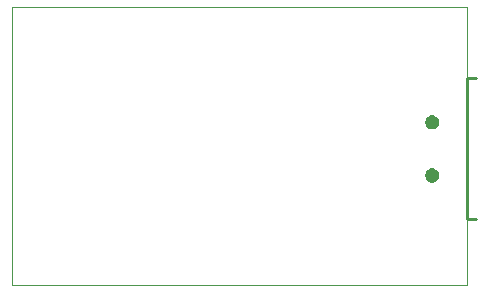
<source format=gbr>
%TF.GenerationSoftware,KiCad,Pcbnew,9.0.2*%
%TF.CreationDate,2025-05-29T11:38:48+08:00*%
%TF.ProjectId,uart_tool,75617274-5f74-46f6-9f6c-2e6b69636164,rev?*%
%TF.SameCoordinates,Original*%
%TF.FileFunction,Profile,NP*%
%FSLAX46Y46*%
G04 Gerber Fmt 4.6, Leading zero omitted, Abs format (unit mm)*
G04 Created by KiCad (PCBNEW 9.0.2) date 2025-05-29 11:38:48*
%MOMM*%
%LPD*%
G01*
G04 APERTURE LIST*
%TA.AperFunction,Profile*%
%ADD10C,0.050000*%
%TD*%
%TA.AperFunction,Profile*%
%ADD11C,0.254000*%
%TD*%
%TA.AperFunction,Profile*%
%ADD12C,0.000000*%
%TD*%
G04 APERTURE END LIST*
D10*
X197000000Y-107000000D02*
X158500000Y-107000000D01*
X158500000Y-107000000D02*
X158500000Y-83500000D01*
X197000000Y-83500000D02*
X197000000Y-107000000D01*
X158500000Y-83500000D02*
X197000000Y-83500000D01*
D11*
%TO.C,USB1*%
X196991000Y-89531000D02*
X197753000Y-89531000D01*
X196991000Y-89912000D02*
X196991000Y-89531000D01*
X196991000Y-101088000D02*
X196991000Y-89912000D01*
X196991000Y-101469000D02*
X196991000Y-101088000D01*
X197753000Y-101469000D02*
X196991000Y-101469000D01*
D12*
%TA.AperFunction,Profile*%
G36*
X194302610Y-92695672D02*
G01*
X194438257Y-92773988D01*
X194549012Y-92884743D01*
X194627328Y-93020390D01*
X194667867Y-93171684D01*
X194667867Y-93328316D01*
X194627328Y-93479610D01*
X194549012Y-93615257D01*
X194438257Y-93726012D01*
X194302610Y-93804328D01*
X194151316Y-93844867D01*
X193994684Y-93844867D01*
X193843390Y-93804328D01*
X193707743Y-93726012D01*
X193596988Y-93615257D01*
X193518672Y-93479610D01*
X193478133Y-93328316D01*
X193478133Y-93171684D01*
X193518672Y-93020390D01*
X193596988Y-92884743D01*
X193707743Y-92773988D01*
X193843390Y-92695672D01*
X193994684Y-92655133D01*
X194151316Y-92655133D01*
X194302610Y-92695672D01*
G37*
%TD.AperFunction*%
%TA.AperFunction,Profile*%
G36*
X194302610Y-97195672D02*
G01*
X194438257Y-97273988D01*
X194549012Y-97384743D01*
X194627328Y-97520390D01*
X194667867Y-97671684D01*
X194667867Y-97828316D01*
X194627328Y-97979610D01*
X194549012Y-98115257D01*
X194438257Y-98226012D01*
X194302610Y-98304328D01*
X194151316Y-98344867D01*
X193994684Y-98344867D01*
X193843390Y-98304328D01*
X193707743Y-98226012D01*
X193596988Y-98115257D01*
X193518672Y-97979610D01*
X193478133Y-97828316D01*
X193478133Y-97671684D01*
X193518672Y-97520390D01*
X193596988Y-97384743D01*
X193707743Y-97273988D01*
X193843390Y-97195672D01*
X193994684Y-97155133D01*
X194151316Y-97155133D01*
X194302610Y-97195672D01*
G37*
%TD.AperFunction*%
%TD*%
M02*

</source>
